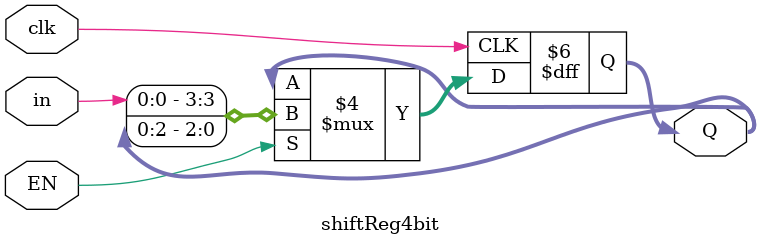
<source format=v>
module shiftReg4bit(in,clk,EN,Q);
	input in,clk,EN;
	output [0:3]Q;
	reg [0:3]Q;
	initial
	Q=4'd0;
	always@(posedge clk)
	begin
		if(EN)
			Q={in,Q[0:2]};
	end
endmodule
</source>
